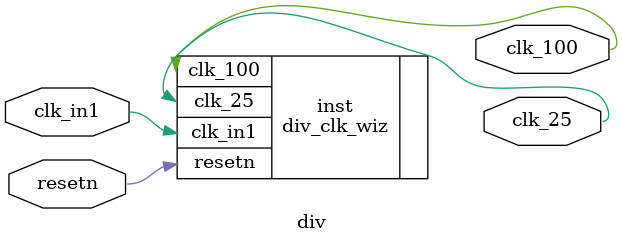
<source format=v>


`timescale 1ps/1ps

(* CORE_GENERATION_INFO = "div,clk_wiz_v5_4_3_0,{component_name=div,use_phase_alignment=true,use_min_o_jitter=false,use_max_i_jitter=false,use_dyn_phase_shift=false,use_inclk_switchover=false,use_dyn_reconfig=false,enable_axi=0,feedback_source=FDBK_AUTO,PRIMITIVE=MMCM,num_out_clk=2,clkin1_period=10.000,clkin2_period=10.000,use_power_down=false,use_reset=true,use_locked=false,use_inclk_stopped=false,feedback_type=SINGLE,CLOCK_MGR_TYPE=NA,manual_override=false}" *)

module div 
 (
  // Clock out ports
  output        clk_100,
  output        clk_25,
  // Status and control signals
  input         resetn,
 // Clock in ports
  input         clk_in1
 );

  div_clk_wiz inst
  (
  // Clock out ports  
  .clk_100(clk_100),
  .clk_25(clk_25),
  // Status and control signals               
  .resetn(resetn), 
 // Clock in ports
  .clk_in1(clk_in1)
  );

endmodule

</source>
